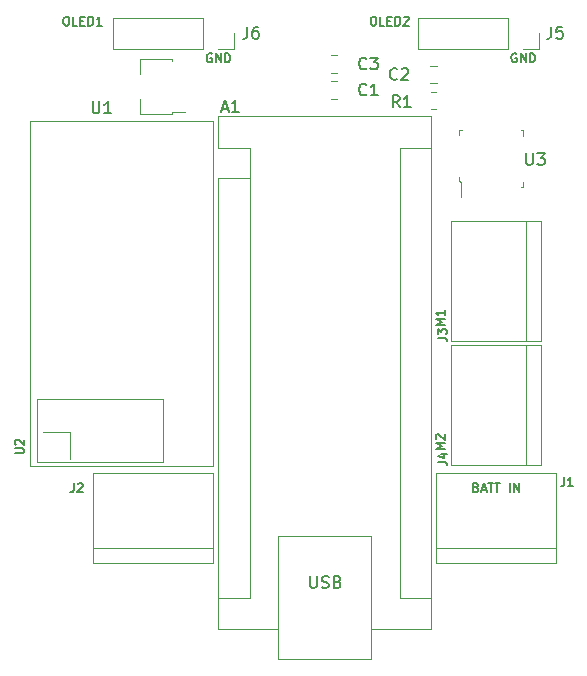
<source format=gbr>
%TF.GenerationSoftware,KiCad,Pcbnew,(6.0.9)*%
%TF.CreationDate,2023-02-05T07:26:13+11:00*%
%TF.ProjectId,SumoBotPCBA001,53756d6f-426f-4745-9043-42413030312e,rev?*%
%TF.SameCoordinates,Original*%
%TF.FileFunction,Legend,Top*%
%TF.FilePolarity,Positive*%
%FSLAX46Y46*%
G04 Gerber Fmt 4.6, Leading zero omitted, Abs format (unit mm)*
G04 Created by KiCad (PCBNEW (6.0.9)) date 2023-02-05 07:26:13*
%MOMM*%
%LPD*%
G01*
G04 APERTURE LIST*
%ADD10C,0.150000*%
%ADD11C,0.120000*%
%ADD12C,0.100000*%
G04 APERTURE END LIST*
D10*
X174053571Y-79589285D02*
X174196428Y-79589285D01*
X174267857Y-79625000D01*
X174339285Y-79696428D01*
X174375000Y-79839285D01*
X174375000Y-80089285D01*
X174339285Y-80232142D01*
X174267857Y-80303571D01*
X174196428Y-80339285D01*
X174053571Y-80339285D01*
X173982142Y-80303571D01*
X173910714Y-80232142D01*
X173875000Y-80089285D01*
X173875000Y-79839285D01*
X173910714Y-79696428D01*
X173982142Y-79625000D01*
X174053571Y-79589285D01*
X175053571Y-80339285D02*
X174696428Y-80339285D01*
X174696428Y-79589285D01*
X175303571Y-79946428D02*
X175553571Y-79946428D01*
X175660714Y-80339285D02*
X175303571Y-80339285D01*
X175303571Y-79589285D01*
X175660714Y-79589285D01*
X175982142Y-80339285D02*
X175982142Y-79589285D01*
X176160714Y-79589285D01*
X176267857Y-79625000D01*
X176339285Y-79696428D01*
X176375000Y-79767857D01*
X176410714Y-79910714D01*
X176410714Y-80017857D01*
X176375000Y-80160714D01*
X176339285Y-80232142D01*
X176267857Y-80303571D01*
X176160714Y-80339285D01*
X175982142Y-80339285D01*
X176696428Y-79660714D02*
X176732142Y-79625000D01*
X176803571Y-79589285D01*
X176982142Y-79589285D01*
X177053571Y-79625000D01*
X177089285Y-79660714D01*
X177125000Y-79732142D01*
X177125000Y-79803571D01*
X177089285Y-79910714D01*
X176660714Y-80339285D01*
X177125000Y-80339285D01*
X186228571Y-82725000D02*
X186157142Y-82689285D01*
X186050000Y-82689285D01*
X185942857Y-82725000D01*
X185871428Y-82796428D01*
X185835714Y-82867857D01*
X185800000Y-83010714D01*
X185800000Y-83117857D01*
X185835714Y-83260714D01*
X185871428Y-83332142D01*
X185942857Y-83403571D01*
X186050000Y-83439285D01*
X186121428Y-83439285D01*
X186228571Y-83403571D01*
X186264285Y-83367857D01*
X186264285Y-83117857D01*
X186121428Y-83117857D01*
X186585714Y-83439285D02*
X186585714Y-82689285D01*
X187014285Y-83439285D01*
X187014285Y-82689285D01*
X187371428Y-83439285D02*
X187371428Y-82689285D01*
X187550000Y-82689285D01*
X187657142Y-82725000D01*
X187728571Y-82796428D01*
X187764285Y-82867857D01*
X187800000Y-83010714D01*
X187800000Y-83117857D01*
X187764285Y-83260714D01*
X187728571Y-83332142D01*
X187657142Y-83403571D01*
X187550000Y-83439285D01*
X187371428Y-83439285D01*
X160428571Y-82725000D02*
X160357142Y-82689285D01*
X160250000Y-82689285D01*
X160142857Y-82725000D01*
X160071428Y-82796428D01*
X160035714Y-82867857D01*
X160000000Y-83010714D01*
X160000000Y-83117857D01*
X160035714Y-83260714D01*
X160071428Y-83332142D01*
X160142857Y-83403571D01*
X160250000Y-83439285D01*
X160321428Y-83439285D01*
X160428571Y-83403571D01*
X160464285Y-83367857D01*
X160464285Y-83117857D01*
X160321428Y-83117857D01*
X160785714Y-83439285D02*
X160785714Y-82689285D01*
X161214285Y-83439285D01*
X161214285Y-82689285D01*
X161571428Y-83439285D02*
X161571428Y-82689285D01*
X161750000Y-82689285D01*
X161857142Y-82725000D01*
X161928571Y-82796428D01*
X161964285Y-82867857D01*
X162000000Y-83010714D01*
X162000000Y-83117857D01*
X161964285Y-83260714D01*
X161928571Y-83332142D01*
X161857142Y-83403571D01*
X161750000Y-83439285D01*
X161571428Y-83439285D01*
X182803571Y-119446428D02*
X182910714Y-119482142D01*
X182946428Y-119517857D01*
X182982142Y-119589285D01*
X182982142Y-119696428D01*
X182946428Y-119767857D01*
X182910714Y-119803571D01*
X182839285Y-119839285D01*
X182553571Y-119839285D01*
X182553571Y-119089285D01*
X182803571Y-119089285D01*
X182875000Y-119125000D01*
X182910714Y-119160714D01*
X182946428Y-119232142D01*
X182946428Y-119303571D01*
X182910714Y-119375000D01*
X182875000Y-119410714D01*
X182803571Y-119446428D01*
X182553571Y-119446428D01*
X183267857Y-119625000D02*
X183625000Y-119625000D01*
X183196428Y-119839285D02*
X183446428Y-119089285D01*
X183696428Y-119839285D01*
X183839285Y-119089285D02*
X184267857Y-119089285D01*
X184053571Y-119839285D02*
X184053571Y-119089285D01*
X184410714Y-119089285D02*
X184839285Y-119089285D01*
X184625000Y-119839285D02*
X184625000Y-119089285D01*
X185660714Y-119839285D02*
X185660714Y-119089285D01*
X186017857Y-119839285D02*
X186017857Y-119089285D01*
X186446428Y-119839285D01*
X186446428Y-119089285D01*
X180139285Y-105707142D02*
X179389285Y-105707142D01*
X179925000Y-105457142D01*
X179389285Y-105207142D01*
X180139285Y-105207142D01*
X180139285Y-104457142D02*
X180139285Y-104885714D01*
X180139285Y-104671428D02*
X179389285Y-104671428D01*
X179496428Y-104742857D01*
X179567857Y-104814285D01*
X179603571Y-104885714D01*
X148053571Y-79589285D02*
X148196428Y-79589285D01*
X148267857Y-79625000D01*
X148339285Y-79696428D01*
X148375000Y-79839285D01*
X148375000Y-80089285D01*
X148339285Y-80232142D01*
X148267857Y-80303571D01*
X148196428Y-80339285D01*
X148053571Y-80339285D01*
X147982142Y-80303571D01*
X147910714Y-80232142D01*
X147875000Y-80089285D01*
X147875000Y-79839285D01*
X147910714Y-79696428D01*
X147982142Y-79625000D01*
X148053571Y-79589285D01*
X149053571Y-80339285D02*
X148696428Y-80339285D01*
X148696428Y-79589285D01*
X149303571Y-79946428D02*
X149553571Y-79946428D01*
X149660714Y-80339285D02*
X149303571Y-80339285D01*
X149303571Y-79589285D01*
X149660714Y-79589285D01*
X149982142Y-80339285D02*
X149982142Y-79589285D01*
X150160714Y-79589285D01*
X150267857Y-79625000D01*
X150339285Y-79696428D01*
X150375000Y-79767857D01*
X150410714Y-79910714D01*
X150410714Y-80017857D01*
X150375000Y-80160714D01*
X150339285Y-80232142D01*
X150267857Y-80303571D01*
X150160714Y-80339285D01*
X149982142Y-80339285D01*
X151125000Y-80339285D02*
X150696428Y-80339285D01*
X150910714Y-80339285D02*
X150910714Y-79589285D01*
X150839285Y-79696428D01*
X150767857Y-79767857D01*
X150696428Y-79803571D01*
X180139285Y-116207142D02*
X179389285Y-116207142D01*
X179925000Y-115957142D01*
X179389285Y-115707142D01*
X180139285Y-115707142D01*
X179460714Y-115385714D02*
X179425000Y-115350000D01*
X179389285Y-115278571D01*
X179389285Y-115100000D01*
X179425000Y-115028571D01*
X179460714Y-114992857D01*
X179532142Y-114957142D01*
X179603571Y-114957142D01*
X179710714Y-114992857D01*
X180139285Y-115421428D01*
X180139285Y-114957142D01*
%TO.C,A1*%
X161285714Y-87366666D02*
X161761904Y-87366666D01*
X161190476Y-87652380D02*
X161523809Y-86652380D01*
X161857142Y-87652380D01*
X162714285Y-87652380D02*
X162142857Y-87652380D01*
X162428571Y-87652380D02*
X162428571Y-86652380D01*
X162333333Y-86795238D01*
X162238095Y-86890476D01*
X162142857Y-86938095D01*
X168748095Y-126962380D02*
X168748095Y-127771904D01*
X168795714Y-127867142D01*
X168843333Y-127914761D01*
X168938571Y-127962380D01*
X169129047Y-127962380D01*
X169224285Y-127914761D01*
X169271904Y-127867142D01*
X169319523Y-127771904D01*
X169319523Y-126962380D01*
X169748095Y-127914761D02*
X169890952Y-127962380D01*
X170129047Y-127962380D01*
X170224285Y-127914761D01*
X170271904Y-127867142D01*
X170319523Y-127771904D01*
X170319523Y-127676666D01*
X170271904Y-127581428D01*
X170224285Y-127533809D01*
X170129047Y-127486190D01*
X169938571Y-127438571D01*
X169843333Y-127390952D01*
X169795714Y-127343333D01*
X169748095Y-127248095D01*
X169748095Y-127152857D01*
X169795714Y-127057619D01*
X169843333Y-127010000D01*
X169938571Y-126962380D01*
X170176666Y-126962380D01*
X170319523Y-127010000D01*
X171081428Y-127438571D02*
X171224285Y-127486190D01*
X171271904Y-127533809D01*
X171319523Y-127629047D01*
X171319523Y-127771904D01*
X171271904Y-127867142D01*
X171224285Y-127914761D01*
X171129047Y-127962380D01*
X170748095Y-127962380D01*
X170748095Y-126962380D01*
X171081428Y-126962380D01*
X171176666Y-127010000D01*
X171224285Y-127057619D01*
X171271904Y-127152857D01*
X171271904Y-127248095D01*
X171224285Y-127343333D01*
X171176666Y-127390952D01*
X171081428Y-127438571D01*
X170748095Y-127438571D01*
%TO.C,U2*%
X143764285Y-116571428D02*
X144371428Y-116571428D01*
X144442857Y-116535714D01*
X144478571Y-116500000D01*
X144514285Y-116428571D01*
X144514285Y-116285714D01*
X144478571Y-116214285D01*
X144442857Y-116178571D01*
X144371428Y-116142857D01*
X143764285Y-116142857D01*
X143835714Y-115821428D02*
X143800000Y-115785714D01*
X143764285Y-115714285D01*
X143764285Y-115535714D01*
X143800000Y-115464285D01*
X143835714Y-115428571D01*
X143907142Y-115392857D01*
X143978571Y-115392857D01*
X144085714Y-115428571D01*
X144514285Y-115857142D01*
X144514285Y-115392857D01*
%TO.C,C2*%
X176133333Y-84857142D02*
X176085714Y-84904761D01*
X175942857Y-84952380D01*
X175847619Y-84952380D01*
X175704761Y-84904761D01*
X175609523Y-84809523D01*
X175561904Y-84714285D01*
X175514285Y-84523809D01*
X175514285Y-84380952D01*
X175561904Y-84190476D01*
X175609523Y-84095238D01*
X175704761Y-84000000D01*
X175847619Y-83952380D01*
X175942857Y-83952380D01*
X176085714Y-84000000D01*
X176133333Y-84047619D01*
X176514285Y-84047619D02*
X176561904Y-84000000D01*
X176657142Y-83952380D01*
X176895238Y-83952380D01*
X176990476Y-84000000D01*
X177038095Y-84047619D01*
X177085714Y-84142857D01*
X177085714Y-84238095D01*
X177038095Y-84380952D01*
X176466666Y-84952380D01*
X177085714Y-84952380D01*
%TO.C,U1*%
X150338095Y-86752380D02*
X150338095Y-87561904D01*
X150385714Y-87657142D01*
X150433333Y-87704761D01*
X150528571Y-87752380D01*
X150719047Y-87752380D01*
X150814285Y-87704761D01*
X150861904Y-87657142D01*
X150909523Y-87561904D01*
X150909523Y-86752380D01*
X151909523Y-87752380D02*
X151338095Y-87752380D01*
X151623809Y-87752380D02*
X151623809Y-86752380D01*
X151528571Y-86895238D01*
X151433333Y-86990476D01*
X151338095Y-87038095D01*
%TO.C,R1*%
X176333333Y-87252380D02*
X176000000Y-86776190D01*
X175761904Y-87252380D02*
X175761904Y-86252380D01*
X176142857Y-86252380D01*
X176238095Y-86300000D01*
X176285714Y-86347619D01*
X176333333Y-86442857D01*
X176333333Y-86585714D01*
X176285714Y-86680952D01*
X176238095Y-86728571D01*
X176142857Y-86776190D01*
X175761904Y-86776190D01*
X177285714Y-87252380D02*
X176714285Y-87252380D01*
X177000000Y-87252380D02*
X177000000Y-86252380D01*
X176904761Y-86395238D01*
X176809523Y-86490476D01*
X176714285Y-86538095D01*
%TO.C,J2*%
X148750000Y-119089285D02*
X148750000Y-119625000D01*
X148714285Y-119732142D01*
X148642857Y-119803571D01*
X148535714Y-119839285D01*
X148464285Y-119839285D01*
X149071428Y-119160714D02*
X149107142Y-119125000D01*
X149178571Y-119089285D01*
X149357142Y-119089285D01*
X149428571Y-119125000D01*
X149464285Y-119160714D01*
X149500000Y-119232142D01*
X149500000Y-119303571D01*
X149464285Y-119410714D01*
X149035714Y-119839285D01*
X149500000Y-119839285D01*
%TO.C,U3*%
X187038095Y-91152380D02*
X187038095Y-91961904D01*
X187085714Y-92057142D01*
X187133333Y-92104761D01*
X187228571Y-92152380D01*
X187419047Y-92152380D01*
X187514285Y-92104761D01*
X187561904Y-92057142D01*
X187609523Y-91961904D01*
X187609523Y-91152380D01*
X187990476Y-91152380D02*
X188609523Y-91152380D01*
X188276190Y-91533333D01*
X188419047Y-91533333D01*
X188514285Y-91580952D01*
X188561904Y-91628571D01*
X188609523Y-91723809D01*
X188609523Y-91961904D01*
X188561904Y-92057142D01*
X188514285Y-92104761D01*
X188419047Y-92152380D01*
X188133333Y-92152380D01*
X188038095Y-92104761D01*
X187990476Y-92057142D01*
%TO.C,J5*%
X189166666Y-80452380D02*
X189166666Y-81166666D01*
X189119047Y-81309523D01*
X189023809Y-81404761D01*
X188880952Y-81452380D01*
X188785714Y-81452380D01*
X190119047Y-80452380D02*
X189642857Y-80452380D01*
X189595238Y-80928571D01*
X189642857Y-80880952D01*
X189738095Y-80833333D01*
X189976190Y-80833333D01*
X190071428Y-80880952D01*
X190119047Y-80928571D01*
X190166666Y-81023809D01*
X190166666Y-81261904D01*
X190119047Y-81357142D01*
X190071428Y-81404761D01*
X189976190Y-81452380D01*
X189738095Y-81452380D01*
X189642857Y-81404761D01*
X189595238Y-81357142D01*
%TO.C,J4*%
X179589285Y-117290000D02*
X180125000Y-117290000D01*
X180232142Y-117325714D01*
X180303571Y-117397142D01*
X180339285Y-117504285D01*
X180339285Y-117575714D01*
X179839285Y-116611428D02*
X180339285Y-116611428D01*
X179553571Y-116790000D02*
X180089285Y-116968571D01*
X180089285Y-116504285D01*
%TO.C,C1*%
X173533333Y-86157142D02*
X173485714Y-86204761D01*
X173342857Y-86252380D01*
X173247619Y-86252380D01*
X173104761Y-86204761D01*
X173009523Y-86109523D01*
X172961904Y-86014285D01*
X172914285Y-85823809D01*
X172914285Y-85680952D01*
X172961904Y-85490476D01*
X173009523Y-85395238D01*
X173104761Y-85300000D01*
X173247619Y-85252380D01*
X173342857Y-85252380D01*
X173485714Y-85300000D01*
X173533333Y-85347619D01*
X174485714Y-86252380D02*
X173914285Y-86252380D01*
X174200000Y-86252380D02*
X174200000Y-85252380D01*
X174104761Y-85395238D01*
X174009523Y-85490476D01*
X173914285Y-85538095D01*
%TO.C,J1*%
X190250000Y-118589285D02*
X190250000Y-119125000D01*
X190214285Y-119232142D01*
X190142857Y-119303571D01*
X190035714Y-119339285D01*
X189964285Y-119339285D01*
X191000000Y-119339285D02*
X190571428Y-119339285D01*
X190785714Y-119339285D02*
X190785714Y-118589285D01*
X190714285Y-118696428D01*
X190642857Y-118767857D01*
X190571428Y-118803571D01*
%TO.C,J6*%
X163436666Y-80452380D02*
X163436666Y-81166666D01*
X163389047Y-81309523D01*
X163293809Y-81404761D01*
X163150952Y-81452380D01*
X163055714Y-81452380D01*
X164341428Y-80452380D02*
X164150952Y-80452380D01*
X164055714Y-80500000D01*
X164008095Y-80547619D01*
X163912857Y-80690476D01*
X163865238Y-80880952D01*
X163865238Y-81261904D01*
X163912857Y-81357142D01*
X163960476Y-81404761D01*
X164055714Y-81452380D01*
X164246190Y-81452380D01*
X164341428Y-81404761D01*
X164389047Y-81357142D01*
X164436666Y-81261904D01*
X164436666Y-81023809D01*
X164389047Y-80928571D01*
X164341428Y-80880952D01*
X164246190Y-80833333D01*
X164055714Y-80833333D01*
X163960476Y-80880952D01*
X163912857Y-80928571D01*
X163865238Y-81023809D01*
%TO.C,C3*%
X173533333Y-83957142D02*
X173485714Y-84004761D01*
X173342857Y-84052380D01*
X173247619Y-84052380D01*
X173104761Y-84004761D01*
X173009523Y-83909523D01*
X172961904Y-83814285D01*
X172914285Y-83623809D01*
X172914285Y-83480952D01*
X172961904Y-83290476D01*
X173009523Y-83195238D01*
X173104761Y-83100000D01*
X173247619Y-83052380D01*
X173342857Y-83052380D01*
X173485714Y-83100000D01*
X173533333Y-83147619D01*
X173866666Y-83052380D02*
X174485714Y-83052380D01*
X174152380Y-83433333D01*
X174295238Y-83433333D01*
X174390476Y-83480952D01*
X174438095Y-83528571D01*
X174485714Y-83623809D01*
X174485714Y-83861904D01*
X174438095Y-83957142D01*
X174390476Y-84004761D01*
X174295238Y-84052380D01*
X174009523Y-84052380D01*
X173914285Y-84004761D01*
X173866666Y-83957142D01*
%TO.C,J3*%
X179589285Y-106782500D02*
X180125000Y-106782500D01*
X180232142Y-106818214D01*
X180303571Y-106889642D01*
X180339285Y-106996785D01*
X180339285Y-107068214D01*
X179589285Y-106496785D02*
X179589285Y-106032500D01*
X179875000Y-106282500D01*
X179875000Y-106175357D01*
X179910714Y-106103928D01*
X179946428Y-106068214D01*
X180017857Y-106032500D01*
X180196428Y-106032500D01*
X180267857Y-106068214D01*
X180303571Y-106103928D01*
X180339285Y-106175357D01*
X180339285Y-106389642D01*
X180303571Y-106461071D01*
X180267857Y-106496785D01*
D11*
%TO.C,A1*%
X166070000Y-133990000D02*
X166070000Y-123570000D01*
X179030000Y-88010000D02*
X160990000Y-88010000D01*
X179030000Y-131450000D02*
X173950000Y-131450000D01*
X176360000Y-90680000D02*
X179030000Y-90680000D01*
X163660000Y-90680000D02*
X160990000Y-90680000D01*
X163660000Y-93220000D02*
X160990000Y-93220000D01*
X176360000Y-90680000D02*
X176360000Y-128780000D01*
X173950000Y-133990000D02*
X166070000Y-133990000D01*
X163660000Y-93220000D02*
X163660000Y-128780000D01*
X163660000Y-128780000D02*
X160990000Y-128780000D01*
X160990000Y-93220000D02*
X160990000Y-131450000D01*
X176360000Y-128780000D02*
X179030000Y-128780000D01*
X160990000Y-131450000D02*
X166070000Y-131450000D01*
X163660000Y-93220000D02*
X163660000Y-90680000D01*
X179030000Y-131450000D02*
X179030000Y-88010000D01*
X160990000Y-88010000D02*
X160990000Y-90680000D01*
X173950000Y-123570000D02*
X173950000Y-133990000D01*
X166070000Y-123570000D02*
X173950000Y-123570000D01*
%TO.C,U2*%
X148445000Y-114730000D02*
X148445000Y-117016000D01*
X145075000Y-117600000D02*
X145075000Y-117600000D01*
X146159000Y-114730000D02*
X148445000Y-114730000D01*
X156319000Y-117270000D02*
X156319000Y-117270000D01*
X148445000Y-117016000D02*
X148445000Y-117016000D01*
X156319000Y-111936000D02*
X156319000Y-117270000D01*
X145651000Y-117270000D02*
X145651000Y-117270000D01*
X145075000Y-88400000D02*
X160525000Y-88400000D01*
X145075000Y-117600000D02*
X145075000Y-88400000D01*
X160525000Y-117600000D02*
X145075000Y-117600000D01*
X145651000Y-117270000D02*
X145651000Y-111936000D01*
X145651000Y-111936000D02*
X156319000Y-111936000D01*
X160525000Y-88400000D02*
X160525000Y-117600000D01*
X156319000Y-117270000D02*
X145651000Y-117270000D01*
%TO.C,C2*%
X179461252Y-85235000D02*
X178938748Y-85235000D01*
X179461252Y-83765000D02*
X178938748Y-83765000D01*
%TO.C,U1*%
X157060000Y-87860000D02*
X157060000Y-87630000D01*
X158200000Y-87630000D02*
X157060000Y-87630000D01*
X154340000Y-83140000D02*
X157060000Y-83140000D01*
X157060000Y-83140000D02*
X157060000Y-83370000D01*
X154340000Y-84450000D02*
X154340000Y-83140000D01*
X154340000Y-87860000D02*
X154340000Y-86550000D01*
X157060000Y-87860000D02*
X154340000Y-87860000D01*
%TO.C,R1*%
X179427064Y-87435000D02*
X178972936Y-87435000D01*
X179427064Y-85965000D02*
X178972936Y-85965000D01*
%TO.C,J2*%
X150420000Y-118190000D02*
X150420000Y-125810000D01*
X160580000Y-125810000D02*
X160580000Y-118190000D01*
X160580000Y-124540000D02*
X150420000Y-124540000D01*
X150420000Y-125810000D02*
X160580000Y-125810000D01*
X160580000Y-118190000D02*
X150420000Y-118190000D01*
D12*
%TO.C,U3*%
X181500000Y-93600000D02*
X181500000Y-94900000D01*
X181400000Y-89200000D02*
X181400000Y-89600000D01*
X181400000Y-93200000D02*
X181400000Y-93500000D01*
X186600000Y-89200000D02*
X186800000Y-89200000D01*
X181400000Y-93500000D02*
X181500000Y-93600000D01*
X181600000Y-89200000D02*
X181400000Y-89200000D01*
X186600000Y-94000000D02*
X186800000Y-94000000D01*
X186800000Y-89200000D02*
X186800000Y-89700000D01*
X186700000Y-89200000D02*
X186600000Y-89200000D01*
X186800000Y-94000000D02*
X186800000Y-93600000D01*
D11*
%TO.C,J5*%
X188150000Y-81000000D02*
X188150000Y-82330000D01*
X185550000Y-79670000D02*
X185550000Y-82330000D01*
X185550000Y-79670000D02*
X177870000Y-79670000D01*
X188150000Y-82330000D02*
X186820000Y-82330000D01*
X177870000Y-79670000D02*
X177870000Y-82330000D01*
X185550000Y-82330000D02*
X177870000Y-82330000D01*
%TO.C,J4*%
X180690000Y-107420000D02*
X180690000Y-117580000D01*
X187040000Y-107420000D02*
X187040000Y-117580000D01*
X180690000Y-117580000D02*
X188310000Y-117580000D01*
X188310000Y-107420000D02*
X180690000Y-107420000D01*
X188310000Y-117580000D02*
X188310000Y-107420000D01*
%TO.C,C1*%
X171061252Y-84335000D02*
X170538748Y-84335000D01*
X171061252Y-82865000D02*
X170538748Y-82865000D01*
%TO.C,J1*%
X189580000Y-124540000D02*
X179420000Y-124540000D01*
X189580000Y-125810000D02*
X189580000Y-118190000D01*
X179420000Y-118190000D02*
X179420000Y-125810000D01*
X189580000Y-118190000D02*
X179420000Y-118190000D01*
X179420000Y-125810000D02*
X189580000Y-125810000D01*
%TO.C,J6*%
X162330000Y-81000000D02*
X162330000Y-82330000D01*
X152050000Y-79670000D02*
X152050000Y-82330000D01*
X159730000Y-79670000D02*
X152050000Y-79670000D01*
X159730000Y-82330000D02*
X152050000Y-82330000D01*
X162330000Y-82330000D02*
X161000000Y-82330000D01*
X159730000Y-79670000D02*
X159730000Y-82330000D01*
%TO.C,C3*%
X170538748Y-86535000D02*
X171061252Y-86535000D01*
X170538748Y-85065000D02*
X171061252Y-85065000D01*
%TO.C,J3*%
X187040000Y-96852500D02*
X187040000Y-107012500D01*
X188310000Y-107012500D02*
X188310000Y-96852500D01*
X180690000Y-96852500D02*
X180690000Y-107012500D01*
X180690000Y-107012500D02*
X188310000Y-107012500D01*
X188310000Y-96852500D02*
X180690000Y-96852500D01*
%TD*%
M02*

</source>
